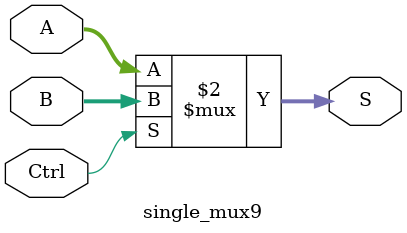
<source format=v>
`timescale 1ns / 1ps

module single_mux9(A, B, Ctrl, S);//2to1MUX
 parameter N = 9;//N=9
 input wire [N-1:0] A, B;
 input Ctrl;
 output wire [N-1:0] S;
 assign S = (Ctrl == 1'b0) ? (A) : (B);
endmodule

</source>
